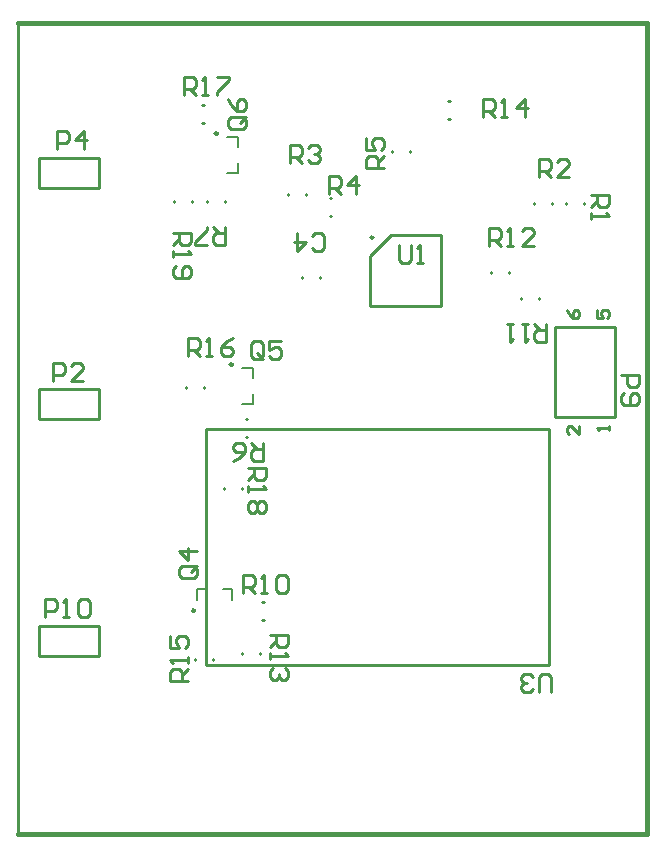
<source format=gto>
G04 Layer_Color=65535*
%FSLAX24Y24*%
%MOIN*%
G70*
G01*
G75*
%ADD17C,0.0150*%
%ADD20C,0.0100*%
%ADD43C,0.0098*%
%ADD44C,0.0079*%
D17*
X21050Y17900D02*
X42000D01*
Y44950D01*
X21050D02*
X42000D01*
D20*
X32892Y37800D02*
G03*
X32892Y37800I-42J0D01*
G01*
X26850Y38963D02*
Y39003D01*
X26250Y38963D02*
Y39003D01*
X28500Y29413D02*
Y29453D01*
X27900Y29413D02*
Y29453D01*
X29100Y23913D02*
Y23953D01*
X28500Y23913D02*
Y23953D01*
X21050Y17900D02*
Y44950D01*
X37800Y35747D02*
Y35787D01*
X38400Y35747D02*
Y35787D01*
X36800Y36597D02*
Y36637D01*
X37400Y36597D02*
Y36637D01*
X21750Y23850D02*
Y24850D01*
X23750D01*
Y23850D02*
Y24850D01*
X21750Y23850D02*
X23750D01*
X21750Y31750D02*
Y32750D01*
X23750D01*
Y31750D02*
Y32750D01*
X21750Y31750D02*
X23750D01*
X21750Y39450D02*
Y40450D01*
X23750D01*
Y39450D02*
Y40450D01*
X21750Y39450D02*
X23750D01*
X30650Y39213D02*
Y39253D01*
X30050Y39213D02*
Y39253D01*
X32792Y37183D02*
X33484Y37876D01*
X35148D01*
Y35520D02*
Y37876D01*
X32792Y35520D02*
X35148D01*
X32792D02*
Y37183D01*
X31447Y39100D02*
X31487D01*
X31447Y38500D02*
X31487D01*
X33500Y40647D02*
Y40687D01*
X34100Y40647D02*
Y40687D01*
X39900Y38913D02*
Y38953D01*
X39300Y38913D02*
Y38953D01*
X31100Y36447D02*
Y36487D01*
X30500Y36447D02*
Y36487D01*
X38850Y38913D02*
Y38953D01*
X38250Y38913D02*
Y38953D01*
X27950Y38963D02*
Y39003D01*
X27350Y38963D02*
Y39003D01*
X28647Y31750D02*
X28687D01*
X28647Y31150D02*
X28687D01*
X27300Y31400D02*
X38750D01*
Y23550D02*
Y31400D01*
X27300Y23550D02*
X38750D01*
X27300D02*
Y31400D01*
X38950Y34800D02*
X40950D01*
X38950Y31800D02*
Y34800D01*
Y31800D02*
X40950D01*
Y34800D01*
X29197Y25650D02*
X29237D01*
X29197Y25050D02*
X29237D01*
X35397Y41750D02*
X35437D01*
X35397Y42350D02*
X35437D01*
X27197Y41600D02*
X27237D01*
X27197Y42200D02*
X27237D01*
X27250Y32771D02*
Y32811D01*
X26650Y32771D02*
Y32811D01*
X27550Y23697D02*
Y23737D01*
X26950Y23697D02*
Y23737D01*
X26200Y37950D02*
X26800D01*
Y37650D01*
X26700Y37550D01*
X26500D01*
X26400Y37650D01*
Y37950D01*
Y37750D02*
X26200Y37550D01*
Y37350D02*
Y37150D01*
Y37250D01*
X26800D01*
X26700Y37350D01*
X26300Y36850D02*
X26200Y36750D01*
Y36550D01*
X26300Y36450D01*
X26700D01*
X26800Y36550D01*
Y36750D01*
X26700Y36850D01*
X26600D01*
X26500Y36750D01*
Y36450D01*
X28700Y30100D02*
X29300D01*
Y29800D01*
X29200Y29700D01*
X29000D01*
X28900Y29800D01*
Y30100D01*
Y29900D02*
X28700Y29700D01*
Y29500D02*
Y29300D01*
Y29400D01*
X29300D01*
X29200Y29500D01*
Y29000D02*
X29300Y28900D01*
Y28700D01*
X29200Y28600D01*
X29100D01*
X29000Y28700D01*
X28900Y28600D01*
X28800D01*
X28700Y28700D01*
Y28900D01*
X28800Y29000D01*
X28900D01*
X29000Y28900D01*
X29100Y29000D01*
X29200D01*
X29000Y28900D02*
Y28700D01*
X29450Y24550D02*
X30050D01*
Y24250D01*
X29950Y24150D01*
X29750D01*
X29650Y24250D01*
Y24550D01*
Y24350D02*
X29450Y24150D01*
Y23950D02*
Y23750D01*
Y23850D01*
X30050D01*
X29950Y23950D01*
Y23450D02*
X30050Y23350D01*
Y23150D01*
X29950Y23050D01*
X29850D01*
X29750Y23150D01*
Y23250D01*
Y23150D01*
X29650Y23050D01*
X29550D01*
X29450Y23150D01*
Y23350D01*
X29550Y23450D01*
X28550Y41800D02*
X28150D01*
X28050Y41700D01*
Y41500D01*
X28150Y41400D01*
X28550D01*
X28650Y41500D01*
Y41700D01*
X28450Y41600D02*
X28650Y41800D01*
Y41700D02*
X28550Y41800D01*
X28050Y42400D02*
X28150Y42200D01*
X28350Y42000D01*
X28550D01*
X28650Y42100D01*
Y42300D01*
X28550Y42400D01*
X28450D01*
X28350Y42300D01*
Y42000D01*
X29200Y33850D02*
Y34250D01*
X29100Y34350D01*
X28900D01*
X28800Y34250D01*
Y33850D01*
X28900Y33750D01*
X29100D01*
X29000Y33950D02*
X29200Y33750D01*
X29100D02*
X29200Y33850D01*
X29800Y34350D02*
X29400D01*
Y34050D01*
X29600Y34150D01*
X29700D01*
X29800Y34050D01*
Y33850D01*
X29700Y33750D01*
X29500D01*
X29400Y33850D01*
X26900Y26850D02*
X26500D01*
X26400Y26750D01*
Y26550D01*
X26500Y26450D01*
X26900D01*
X27000Y26550D01*
Y26750D01*
X26800Y26650D02*
X27000Y26850D01*
Y26750D02*
X26900Y26850D01*
X27000Y27350D02*
X26400D01*
X26700Y27050D01*
Y27450D01*
X36750Y37500D02*
Y38100D01*
X37050D01*
X37150Y38000D01*
Y37800D01*
X37050Y37700D01*
X36750D01*
X36950D02*
X37150Y37500D01*
X37350D02*
X37550D01*
X37450D01*
Y38100D01*
X37350Y38000D01*
X38250Y37500D02*
X37850D01*
X38250Y37900D01*
Y38000D01*
X38150Y38100D01*
X37950D01*
X37850Y38000D01*
X38650Y34900D02*
Y34300D01*
X38350D01*
X38250Y34400D01*
Y34600D01*
X38350Y34700D01*
X38650D01*
X38450D02*
X38250Y34900D01*
X38050D02*
X37850D01*
X37950D01*
Y34300D01*
X38050Y34400D01*
X37550Y34900D02*
X37350D01*
X37450D01*
Y34300D01*
X37550Y34400D01*
X28550Y25950D02*
Y26550D01*
X28850D01*
X28950Y26450D01*
Y26250D01*
X28850Y26150D01*
X28550D01*
X28750D02*
X28950Y25950D01*
X29150D02*
X29350D01*
X29250D01*
Y26550D01*
X29150Y26450D01*
X29650D02*
X29750Y26550D01*
X29950D01*
X30050Y26450D01*
Y26050D01*
X29950Y25950D01*
X29750D01*
X29650Y26050D01*
Y26450D01*
X21950Y25150D02*
Y25750D01*
X22250D01*
X22350Y25650D01*
Y25450D01*
X22250Y25350D01*
X21950D01*
X22550Y25150D02*
X22750D01*
X22650D01*
Y25750D01*
X22550Y25650D01*
X23050D02*
X23150Y25750D01*
X23350D01*
X23450Y25650D01*
Y25250D01*
X23350Y25150D01*
X23150D01*
X23050Y25250D01*
Y25650D01*
X41150Y33200D02*
X41750D01*
Y32900D01*
X41650Y32800D01*
X41450D01*
X41350Y32900D01*
Y33200D01*
X41250Y32600D02*
X41150Y32500D01*
Y32300D01*
X41250Y32200D01*
X41650D01*
X41750Y32300D01*
Y32500D01*
X41650Y32600D01*
X41550D01*
X41450Y32500D01*
Y32200D01*
X38800Y22650D02*
Y23150D01*
X38700Y23250D01*
X38500D01*
X38400Y23150D01*
Y22650D01*
X38200Y22750D02*
X38100Y22650D01*
X37900D01*
X37800Y22750D01*
Y22850D01*
X37900Y22950D01*
X38000D01*
X37900D01*
X37800Y23050D01*
Y23150D01*
X37900Y23250D01*
X38100D01*
X38200Y23150D01*
X33750Y37550D02*
Y37050D01*
X33850Y36950D01*
X34050D01*
X34150Y37050D01*
Y37550D01*
X34350Y36950D02*
X34550D01*
X34450D01*
Y37550D01*
X34350Y37450D01*
X27950Y38150D02*
Y37550D01*
X27650D01*
X27550Y37650D01*
Y37850D01*
X27650Y37950D01*
X27950D01*
X27750D02*
X27550Y38150D01*
X27350Y37550D02*
X26950D01*
Y37650D01*
X27350Y38050D01*
Y38150D01*
X29200Y30950D02*
Y30350D01*
X28900D01*
X28800Y30450D01*
Y30650D01*
X28900Y30750D01*
X29200D01*
X29000D02*
X28800Y30950D01*
X28200Y30350D02*
X28400Y30450D01*
X28600Y30650D01*
Y30850D01*
X28500Y30950D01*
X28300D01*
X28200Y30850D01*
Y30750D01*
X28300Y30650D01*
X28600D01*
X33250Y40100D02*
X32650D01*
Y40400D01*
X32750Y40500D01*
X32950D01*
X33050Y40400D01*
Y40100D01*
Y40300D02*
X33250Y40500D01*
X32650Y41100D02*
Y40700D01*
X32950D01*
X32850Y40900D01*
Y41000D01*
X32950Y41100D01*
X33150D01*
X33250Y41000D01*
Y40800D01*
X33150Y40700D01*
X31400Y39250D02*
Y39850D01*
X31700D01*
X31800Y39750D01*
Y39550D01*
X31700Y39450D01*
X31400D01*
X31600D02*
X31800Y39250D01*
X32300D02*
Y39850D01*
X32000Y39550D01*
X32400D01*
X30100Y40270D02*
Y40870D01*
X30400D01*
X30500Y40770D01*
Y40570D01*
X30400Y40470D01*
X30100D01*
X30300D02*
X30500Y40270D01*
X30700Y40770D02*
X30800Y40870D01*
X31000D01*
X31100Y40770D01*
Y40670D01*
X31000Y40570D01*
X30900D01*
X31000D01*
X31100Y40470D01*
Y40370D01*
X31000Y40270D01*
X30800D01*
X30700Y40370D01*
X38400Y39800D02*
Y40400D01*
X38700D01*
X38800Y40300D01*
Y40100D01*
X38700Y40000D01*
X38400D01*
X38600D02*
X38800Y39800D01*
X39400D02*
X39000D01*
X39400Y40200D01*
Y40300D01*
X39300Y40400D01*
X39100D01*
X39000Y40300D01*
X40150Y39200D02*
X40750D01*
Y38900D01*
X40650Y38800D01*
X40450D01*
X40350Y38900D01*
Y39200D01*
Y39000D02*
X40150Y38800D01*
Y38600D02*
Y38400D01*
Y38500D01*
X40750D01*
X40650Y38600D01*
X22350Y40750D02*
Y41350D01*
X22650D01*
X22750Y41250D01*
Y41050D01*
X22650Y40950D01*
X22350D01*
X23250Y40750D02*
Y41350D01*
X22950Y41050D01*
X23350D01*
X22200Y33000D02*
Y33600D01*
X22500D01*
X22600Y33500D01*
Y33300D01*
X22500Y33200D01*
X22200D01*
X23200Y33000D02*
X22800D01*
X23200Y33400D01*
Y33500D01*
X23100Y33600D01*
X22900D01*
X22800Y33500D01*
X30850Y37450D02*
X30950Y37350D01*
X31150D01*
X31250Y37450D01*
Y37850D01*
X31150Y37950D01*
X30950D01*
X30850Y37850D01*
X30350Y37950D02*
Y37350D01*
X30650Y37650D01*
X30250D01*
X36550Y41800D02*
Y42400D01*
X36850D01*
X36950Y42300D01*
Y42100D01*
X36850Y42000D01*
X36550D01*
X36750D02*
X36950Y41800D01*
X37150D02*
X37350D01*
X37250D01*
Y42400D01*
X37150Y42300D01*
X37950Y41800D02*
Y42400D01*
X37650Y42100D01*
X38050D01*
X26700Y23000D02*
X26100D01*
Y23300D01*
X26200Y23400D01*
X26400D01*
X26500Y23300D01*
Y23000D01*
Y23200D02*
X26700Y23400D01*
Y23600D02*
Y23800D01*
Y23700D01*
X26100D01*
X26200Y23600D01*
X26100Y24500D02*
Y24100D01*
X26400D01*
X26300Y24300D01*
Y24400D01*
X26400Y24500D01*
X26600D01*
X26700Y24400D01*
Y24200D01*
X26600Y24100D01*
X26700Y33834D02*
Y34434D01*
X27000D01*
X27100Y34334D01*
Y34134D01*
X27000Y34034D01*
X26700D01*
X26900D02*
X27100Y33834D01*
X27300D02*
X27500D01*
X27400D01*
Y34434D01*
X27300Y34334D01*
X28200Y34434D02*
X28000Y34334D01*
X27800Y34134D01*
Y33934D01*
X27900Y33834D01*
X28100D01*
X28200Y33934D01*
Y34034D01*
X28100Y34134D01*
X27800D01*
X26580Y42550D02*
Y43150D01*
X26880D01*
X26980Y43050D01*
Y42850D01*
X26880Y42750D01*
X26580D01*
X26780D02*
X26980Y42550D01*
X27180D02*
X27380D01*
X27280D01*
Y43150D01*
X27180Y43050D01*
X27680Y43150D02*
X28080D01*
Y43050D01*
X27680Y42650D01*
Y42550D01*
X39350Y35367D02*
X39417Y35233D01*
X39550Y35100D01*
X39683D01*
X39750Y35167D01*
Y35300D01*
X39683Y35367D01*
X39617D01*
X39550Y35300D01*
Y35100D01*
X40350Y35367D02*
Y35100D01*
X40550D01*
X40483Y35233D01*
Y35300D01*
X40550Y35367D01*
X40683D01*
X40750Y35300D01*
Y35167D01*
X40683Y35100D01*
X40750Y31370D02*
Y31503D01*
Y31437D01*
X40350D01*
X40417Y31370D01*
X39750Y31497D02*
Y31230D01*
X39483Y31497D01*
X39417D01*
X39350Y31430D01*
Y31297D01*
X39417Y31230D01*
D43*
X26941Y25357D02*
G03*
X26941Y25357I-49J0D01*
G01*
X27706Y41259D02*
G03*
X27706Y41259I-49J0D01*
G01*
X28206Y33559D02*
G03*
X28206Y33559I-49J0D01*
G01*
D44*
X27009Y25721D02*
Y26076D01*
X27324D01*
X28191Y25721D02*
Y26076D01*
X27876D02*
X28191D01*
X28021Y41141D02*
X28376D01*
Y40826D02*
Y41141D01*
X28021Y39959D02*
X28376D01*
Y40274D01*
X28521Y33441D02*
X28876D01*
Y33126D02*
Y33441D01*
X28521Y32259D02*
X28876D01*
Y32574D01*
M02*

</source>
